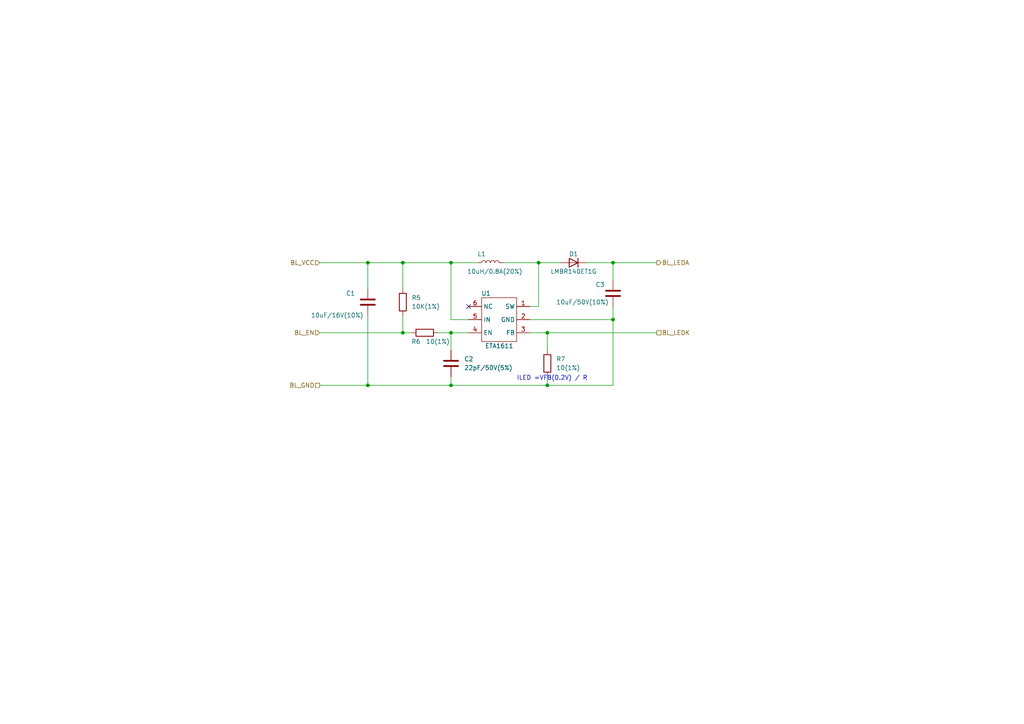
<source format=kicad_sch>
(kicad_sch (version 20230121) (generator eeschema)
  (paper "A4")
  (title_block (comment 4 "ILED =VFB(0.2V) / R"))
  (lib_symbols
    (symbol "Device:C" (pin_numbers hide) (pin_names (offset 0.254))
      (property "Reference" "C" (at 0.635 2.54 0))
      (property "Value" "C" (at 0.635 -2.54 0))
      (symbol "C_0_1"
        (polyline (pts (xy -2.032 -0.762) (xy 2.032 -0.762)) (stroke (width 0.508)))
        (polyline (pts (xy -2.032 0.762) (xy 2.032 0.762)) (stroke (width 0.508)))
      )
      (symbol "C_1_1"
        (pin passive line (at 0 3.81 270) (length 2.794) (name "~") (number "1"))
        (pin passive line (at 0 -3.81 90) (length 2.794) (name "~") (number "2"))
      )
    )
    (symbol "Device:D" (pin_numbers hide) (pin_names (offset 1.016) hide)
      (property "Reference" "D" (at 0 2.54 0))
      (property "Value" "D" (at 0 -2.54 0))
      (symbol "D_0_1"
        (polyline (pts (xy -1.27 1.27) (xy -1.27 -1.27)) (stroke (width 0.254)))
        (polyline (pts (xy 1.27 0) (xy -1.27 0)))
        (polyline (pts (xy 1.27 1.27) (xy 1.27 -1.27) (xy -1.27 0) (xy 1.27 1.27)) (stroke (width 0.254)))
      )
      (symbol "D_1_1"
        (pin passive line (at -3.81 0 0) (length 2.54) (name "K") (number "1"))
        (pin passive line (at 3.81 0 180) (length 2.54) (name "A") (number "2"))
      )
    )
    (symbol "Device:L" (pin_numbers hide) (pin_names (offset 1.016) hide)
      (property "Reference" "L" (at -1.27 0 90))
      (property "Value" "L" (at 1.905 0 90))
      (symbol "L_0_1"
        (arc (start 0 -2.54) (mid 0.6323 -1.905) (end 0 -1.27))
        (arc (start 0 -1.27) (mid 0.6323 -0.635) (end 0 0))
        (arc (start 0 0) (mid 0.6323 0.635) (end 0 1.27))
        (arc (start 0 1.27) (mid 0.6323 1.905) (end 0 2.54))
      )
      (symbol "L_1_1"
        (pin passive line (at 0 3.81 270) (length 1.27) (name "1") (number "1"))
        (pin passive line (at 0 -3.81 90) (length 1.27) (name "2") (number "2"))
      )
    )
    (symbol "Device:R" (pin_numbers hide) (pin_names (offset 0))
      (property "Reference" "R" (at 2.032 0 90))
      (property "Value" "R" (at 0 0 90))
      (symbol "R_0_1"
        (rectangle (start -1.016 -2.54) (end 1.016 2.54) (stroke (width 0.254)))
      )
      (symbol "R_1_1"
        (pin passive line (at 0 3.81 270) (length 1.27) (name "~") (number "1"))
        (pin passive line (at 0 -3.81 90) (length 1.27) (name "~") (number "2"))
      )
    )
    (symbol "Power_Module:ETA1611"
      (property "Reference" "U?" (at 1.27 1.27 0))
      (property "Value" "ETA1611" (at 5.08 -13.97 0))
      (symbol "ETA1611_0_1"
        (rectangle (start 0 0) (end 10.16 -12.7))
      )
      (symbol "ETA1611_1_1"
        (pin passive line (at 13.97 -2.54 180) (length 3.81) (name "SW") (number "1"))
        (pin passive line (at 13.97 -6.35 180) (length 3.81) (name "GND") (number "2"))
        (pin passive line (at 13.97 -10.16 180) (length 3.81) (name "FB") (number "3"))
        (pin passive line (at -3.81 -10.16 0) (length 3.81) (name "EN") (number "4"))
        (pin passive line (at -3.81 -6.35 0) (length 3.81) (name "IN") (number "5"))
        (pin passive line (at -3.81 -2.54 0) (length 3.81) (name "NC") (number "6"))
      )
    )
  )
  (junction (at 116.84 76.2))
  (junction (at 106.68 111.76))
  (junction (at 130.81 111.76))
  (junction (at 130.81 96.52))
  (junction (at 158.75 111.76))
  (junction (at 177.8 92.71))
  (junction (at 156.21 76.2))
  (junction (at 106.68 76.2))
  (junction (at 116.84 96.52))
  (junction (at 158.75 96.52))
  (junction (at 177.8 76.2))
  (junction (at 130.81 76.2))
  (no_connect (at 135.89 88.9))
  (wire (pts (xy 106.68 111.76) (xy 130.81 111.76)))
  (wire (pts (xy 156.21 76.2) (xy 162.56 76.2)))
  (wire (pts (xy 106.68 76.2) (xy 106.68 83.82)))
  (wire (pts (xy 156.21 76.2) (xy 156.21 88.9)))
  (wire (pts (xy 170.18 76.2) (xy 177.8 76.2)))
  (wire (pts (xy 92.71 96.52) (xy 116.84 96.52)))
  (wire (pts (xy 158.75 96.52) (xy 158.75 101.6)))
  (wire (pts (xy 177.8 76.2) (xy 177.8 81.28)))
  (wire (pts (xy 130.81 76.2) (xy 130.81 92.71)))
  (wire (pts (xy 116.84 76.2) (xy 130.81 76.2)))
  (wire (pts (xy 130.81 96.52) (xy 135.89 96.52)))
  (wire (pts (xy 177.8 111.76) (xy 158.75 111.76)))
  (wire (pts (xy 127 96.52) (xy 130.81 96.52)))
  (wire (pts (xy 146.05 76.2) (xy 156.21 76.2)))
  (wire (pts (xy 92.71 111.76) (xy 106.68 111.76)))
  (wire (pts (xy 106.68 76.2) (xy 116.84 76.2)))
  (wire (pts (xy 158.75 96.52) (xy 190.5 96.52)))
  (wire (pts (xy 92.71 76.2) (xy 106.68 76.2)))
  (wire (pts (xy 153.67 92.71) (xy 177.8 92.71)))
  (wire (pts (xy 158.75 109.22) (xy 158.75 111.76)))
  (wire (pts (xy 177.8 88.9) (xy 177.8 92.71)))
  (wire (pts (xy 116.84 96.52) (xy 119.38 96.52)))
  (wire (pts (xy 153.67 88.9) (xy 156.21 88.9)))
  (wire (pts (xy 130.81 96.52) (xy 130.81 101.6)))
  (wire (pts (xy 116.84 91.44) (xy 116.84 96.52)))
  (wire (pts (xy 130.81 109.22) (xy 130.81 111.76)))
  (wire (pts (xy 177.8 92.71) (xy 177.8 111.76)))
  (wire (pts (xy 130.81 92.71) (xy 135.89 92.71)))
  (wire (pts (xy 153.67 96.52) (xy 158.75 96.52)))
  (wire (pts (xy 106.68 91.44) (xy 106.68 111.76)))
  (wire (pts (xy 130.81 76.2) (xy 138.43 76.2)))
  (wire (pts (xy 116.84 76.2) (xy 116.84 83.82)))
  (wire (pts (xy 130.81 111.76) (xy 158.75 111.76)))
  (wire (pts (xy 177.8 76.2) (xy 190.5 76.2)))
  (text "ILED =VFB(0.2V) / R" (at 149.86 110.49 0) (effects (font (size 1.27 1.27)) (justify left bottom)))
  (hierarchical_label "BL_LEDK" (shape passive) (at 190.5 96.52 0))
  (hierarchical_label "BL_LEDA" (shape output) (at 190.5 76.2 0))
  (hierarchical_label "BL_EN" (shape input) (at 92.71 96.52 180))
  (hierarchical_label "BL_GND" (shape passive) (at 92.71 111.76 180))
  (hierarchical_label "BL_VCC" (shape input) (at 92.71 76.2 180))
  (symbol (lib_id "Device:C") (at 130.81 105.41 0) (unit 1)
    (property "Reference" "C2" (at 134.62 104.14 0) (effects (justify left)))
    (property "Value" "22pF/50V(5%)" (at 134.62 106.68 0) (effects (justify left)))
    (property "Footprint" "Capacitor_SMD:C_0402_1005Metric" (effects hide))
    (instances (project "Sitronix_3.33''_320x480" (path "" (reference "C2") (unit 1))) (project "esp_round_screen" (path "" (reference "C13") (unit 1))))
  )
  (symbol (lib_id "Device:R") (at 158.75 105.41 0) (unit 1)
    (property "Reference" "R7" (at 161.29 104.14 0) (effects (justify left)))
    (property "Value" "10(1%)" (at 161.29 106.68 0) (effects (justify left)))
    (property "Footprint" "Resistor_SMD:R_0402_1005Metric" (effects hide))
    (instances (project "Sitronix_3.33''_320x480" (path "" (reference "R7") (unit 1))) (project "esp_round_screen" (path "" (reference "R19") (unit 1))))
  )
  (symbol (lib_id "Device:R") (at 123.19 96.52 90) (unit 1)
    (property "Reference" "R6" (at 120.65 99.06 90))
    (property "Value" "10(1%)" (at 127 99.06 90))
    (property "Footprint" "Resistor_SMD:R_0402_1005Metric" (effects hide))
    (instances (project "Sitronix_3.33''_320x480" (path "" (reference "R6") (unit 1))) (project "esp_round_screen" (path "" (reference "R16") (unit 1))))
  )
  (symbol (lib_id "Device:L") (at 142.24 76.2 90) (unit 1)
    (property "Reference" "L1" (at 139.7 73.66 90))
    (property "Value" "10uH/0.8A(20%)" (at 143.51 78.74 90))
    (property "Footprint" "Inductor_SMD:L_Wuerth_MAPI-3012" (effects hide))
    (instances (project "Sitronix_3.33''_320x480" (path "" (reference "L1") (unit 1))) (project "esp_round_screen" (path "" (reference "L2") (unit 1))))
  )
  (symbol (lib_id "Power_Module:ETA1611") (at 139.7 86.36 0) (unit 1)
    (property "Reference" "U1" (at 140.97 85.09 0))
    (property "Value" "ETA1611" (at 144.78 100.33 0))
    (property "Footprint" "Package_TO_SOT_SMD:SOT-23-6" (effects hide))
  )
  (symbol (lib_id "Device:D") (at 166.37 76.2 180) (unit 1)
    (property "Reference" "D1" (at 166.37 73.66 0))
    (property "Value" "LMBR140ET1G" (at 166.37 78.74 0))
    (property "Footprint" "Diode_SMD:D_SOD-323_HandSoldering" (effects hide))
    (instances (project "Sitronix_3.33''_320x480" (path "" (reference "D1") (unit 1))) (project "esp_round_screen" (path "" (reference "D6") (unit 1))))
  )
  (symbol (lib_id "Device:C") (at 106.68 87.63 0) (unit 1)
    (property "Reference" "C1" (at 100.33 85.09 0) (effects (justify left)))
    (property "Value" "10uF/16V(10%)" (at 90.17 91.44 0) (effects (justify left)))
    (property "Footprint" "Capacitor_SMD:C_0603_1608Metric" (effects hide))
    (instances (project "Sitronix_3.33''_320x480" (path "" (reference "C1") (unit 1))) (project "esp_round_screen" (path "" (reference "C12") (unit 1))))
  )
  (symbol (lib_id "Device:C") (at 177.8 85.09 0) (unit 1)
    (property "Reference" "C3" (at 172.72 82.55 0) (effects (justify left)))
    (property "Value" "10uF/50V(10%)" (at 161.29 87.63 0) (effects (justify left)))
    (property "Footprint" "Capacitor_SMD:C_0603_1608Metric" (effects hide))
    (instances (project "Sitronix_3.33''_320x480" (path "" (reference "C3") (unit 1))) (project "esp_round_screen" (path "" (reference "C14") (unit 1))))
  )
  (symbol (lib_id "Device:R") (at 116.84 87.63 0) (unit 1)
    (property "Reference" "R5" (at 119.38 86.3599 0) (effects (justify left)))
    (property "Value" "10K(1%)" (at 119.38 88.8999 0) (effects (justify left)))
    (property "Footprint" "Resistor_SMD:R_0402_1005Metric" (effects hide))
    (instances (project "Sitronix_3.33''_320x480" (path "" (reference "R5") (unit 1))) (project "esp_round_screen" (path "" (reference "R15") (unit 1))))
  )
)
</source>
